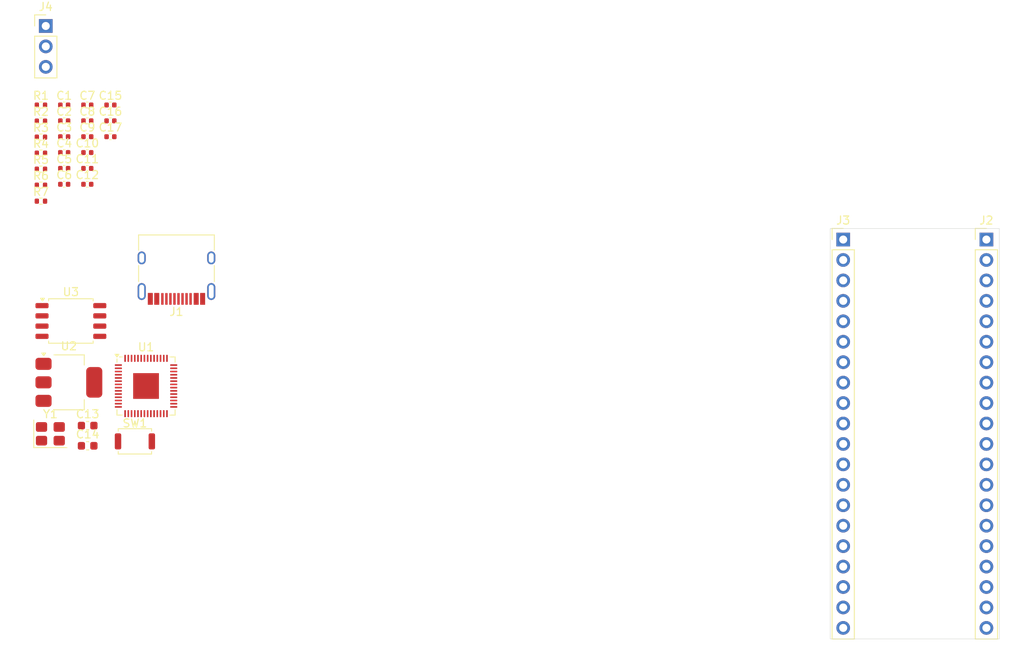
<source format=kicad_pcb>
(kicad_pcb (version 20241229) (generator "pcbnew") (generator_version "9.0")
  (layers (0 "F.Cu" signal) (2 "B.Cu" signal) (13 "F.Paste" user) (15 "B.Paste" user) (5 "F.SilkS" user "F.Silkscreen") (7 "B.SilkS" user "B.Silkscreen") (1 "F.Mask" user) (3 "B.Mask" user) (25 "Edge.Cuts" user))
  (net 0 "")
  (net 1 "GND")
  (net 2 "+3V3")
  (net 3 "+1V1")
  (net 4 "VBUS")
  (net 5 "XIN")
  (net 6 "Net-(C16-Pad2)")
  (net 7 "Net-(J1-CC1)")
  (net 8 "Net-(J1-CC2)")
  (net 9 "USB_D+")
  (net 10 "USB_D-")
  (net 11 "GPIO12")
  (net 12 "GPIO6")
  (net 13 "GPIO11")
  (net 14 "GPIO8")
  (net 15 "GPIO1")
  (net 16 "GPIO13")
  (net 17 "GPIO3")
  (net 18 "GPIO5")
  (net 19 "GPIO0")
  (net 20 "GPIO9")
  (net 21 "GPIO2")
  (net 22 "GPIO10")
  (net 23 "GPIO7")
  (net 24 "GPIO4")
  (net 25 "GPIO15")
  (net 26 "GPIO14")
  (net 27 "GPIO29_ADC3")
  (net 28 "GPIO18")
  (net 29 "SWCLK")
  (net 30 "GPIO27_ADC1")
  (net 31 "GPIO28_ADC2")
  (net 32 "GPIO26_ADC0")
  (net 33 "GPIO19")
  (net 34 "GPIO21")
  (net 35 "GPIO17")
  (net 36 "GPIO22")
  (net 37 "GPIO16")
  (net 38 "GPIO20")
  (net 39 "RUN")
  (net 41 "GPIO23")
  (net 42 "GPIO24")
  (net 43 "SWD")
  (net 44 "Net-(U1-USB_DP)")
  (net 45 "Net-(U1-USB_DM)")
  (net 46 "XOUT")
  (net 47 "QSPI_SS")
  (net 48 "Net-(R6-Pad2)")
  (net 49 "QSPI_SCLK")
  (net 50 "QSPI_SD2")
  (net 51 "QSPI_SD1")
  (net 52 "QSPI_SD0")
  (net 53 "QSPI_SD3")
  (footprint "Capacitor_SMD:C_0402_1005Metric" (layer "F.Cu") (at 55.03 41.25)
    (property "Reference" "C6" (at 0 -1.16 0) (layer "F.SilkS"))
    (property "Value" "0.1uF")
    (fp_line (start -0.107836 -0.36) (end 0.107836 -0.36) (stroke (width 0.12)) (layer "F.SilkS"))
    (fp_line (start -0.107836 0.36) (end 0.107836 0.36) (stroke (width 0.12)) (layer "F.SilkS"))
    (pad "1" smd roundrect (at -0.48 0) (size 0.56 0.62) (layers "F.Cu" "F.Mask" "F.Paste") (net 2 "+3V3"))
    (pad "2" smd roundrect (at 0.48 0) (size 0.56 0.62) (layers "F.Cu" "F.Mask" "F.Paste") (net 1 "GND"))
  )
  (footprint "Capacitor_SMD:C_0402_1005Metric" (layer "F.Cu") (at 55.03 39.28)
    (property "Reference" "C5" (at 0 -1.16 0) (layer "F.SilkS"))
    (property "Value" "0.1uF")
    (fp_line (start -0.107836 -0.36) (end 0.107836 -0.36) (stroke (width 0.12)) (layer "F.SilkS"))
    (fp_line (start -0.107836 0.36) (end 0.107836 0.36) (stroke (width 0.12)) (layer "F.SilkS"))
    (pad "1" smd roundrect (at -0.48 0) (size 0.56 0.62) (layers "F.Cu" "F.Mask" "F.Paste") (net 2 "+3V3"))
    (pad "2" smd roundrect (at 0.48 0) (size 0.56 0.62) (layers "F.Cu" "F.Mask" "F.Paste") (net 1 "GND"))
  )
  (footprint "Capacitor_SMD:C_0603_1608Metric" (layer "F.Cu") (at 57.94 71.24)
    (property "Reference" "C13" (at 0 -1.43 0) (layer "F.SilkS"))
    (property "Value" "10uF")
    (fp_line (start -0.14058 -0.51) (end 0.14058 -0.51) (stroke (width 0.12)) (layer "F.SilkS"))
    (fp_line (start -0.14058 0.51) (end 0.14058 0.51) (stroke (width 0.12)) (layer "F.SilkS"))
    (pad "1" smd roundrect (at -0.775 0) (size 0.9 0.95) (layers "F.Cu" "F.Mask" "F.Paste") (net 4 "VBUS"))
    (pad "2" smd roundrect (at 0.775 0) (size 0.9 0.95) (layers "F.Cu" "F.Mask" "F.Paste") (net 1 "GND"))
  )
  (footprint "Capacitor_SMD:C_0402_1005Metric" (layer "F.Cu") (at 55.03 37.31)
    (property "Reference" "C4" (at 0 -1.16 0) (layer "F.SilkS"))
    (property "Value" "0.1uF")
    (fp_line (start -0.107836 -0.36) (end 0.107836 -0.36) (stroke (width 0.12)) (layer "F.SilkS"))
    (fp_line (start -0.107836 0.36) (end 0.107836 0.36) (stroke (width 0.12)) (layer "F.SilkS"))
    (pad "1" smd roundrect (at -0.48 0) (size 0.56 0.62) (layers "F.Cu" "F.Mask" "F.Paste") (net 2 "+3V3"))
    (pad "2" smd roundrect (at 0.48 0) (size 0.56 0.62) (layers "F.Cu" "F.Mask" "F.Paste") (net 1 "GND"))
  )
  (footprint "Capacitor_SMD:C_0402_1005Metric" (layer "F.Cu") (at 55.03 33.37)
    (property "Reference" "C2" (at 0 -1.16 0) (layer "F.SilkS"))
    (property "Value" "0.1uF")
    (fp_line (start -0.107836 -0.36) (end 0.107836 -0.36) (stroke (width 0.12)) (layer "F.SilkS"))
    (fp_line (start -0.107836 0.36) (end 0.107836 0.36) (stroke (width 0.12)) (layer "F.SilkS"))
    (pad "1" smd roundrect (at -0.48 0) (size 0.56 0.62) (layers "F.Cu" "F.Mask" "F.Paste") (net 2 "+3V3"))
    (pad "2" smd roundrect (at 0.48 0) (size 0.56 0.62) (layers "F.Cu" "F.Mask" "F.Paste") (net 1 "GND"))
  )
  (footprint "Crystal:Crystal_SMD_3225-4Pin_3.2x2.5mm" (layer "F.Cu") (at 53.31 72.26)
    (property "Reference" "Y1" (at 0 -2.45 0) (layer "F.SilkS"))
    (property "Value" "12 MHz")
    (fp_line (start -2.06 -1.71) (end -2.06 1.71) (stroke (width 0.12)) (layer "F.SilkS"))
    (fp_line (start -2.06 1.71) (end 2.06 1.71) (stroke (width 0.12)) (layer "F.SilkS"))
    (pad "1" smd roundrect (at -1.1 0.85) (size 1.4 1.2) (layers "F.Cu" "F.Mask" "F.Paste") (roundrect_rratio 0.208333) (net 6 "Net-(C16-Pad2)"))
    (pad "2" smd roundrect (at 1.1 0.85) (size 1.4 1.2) (layers "F.Cu" "F.Mask" "F.Paste") (roundrect_rratio 0.208333) (net 1 "GND"))
    (pad "3" smd roundrect (at 1.1 -0.85) (size 1.4 1.2) (layers "F.Cu" "F.Mask" "F.Paste") (roundrect_rratio 0.208333) (net 5 "XIN"))
    (pad "4" smd roundrect (at -1.1 -0.85) (size 1.4 1.2) (layers "F.Cu" "F.Mask" "F.Paste") (roundrect_rratio 0.208333) (net 1 "GND"))
  )
  (footprint "Capacitor_SMD:C_0402_1005Metric" (layer "F.Cu") (at 55.03 31.4)
    (property "Reference" "C1" (at 0 -1.16 0) (layer "F.SilkS"))
    (property "Value" "1uF")
    (fp_line (start -0.107836 -0.36) (end 0.107836 -0.36) (stroke (width 0.12)) (layer "F.SilkS"))
    (fp_line (start -0.107836 0.36) (end 0.107836 0.36) (stroke (width 0.12)) (layer "F.SilkS"))
    (pad "1" smd roundrect (at -0.48 0) (size 0.56 0.62) (layers "F.Cu" "F.Mask" "F.Paste") (net 2 "+3V3"))
    (pad "2" smd roundrect (at 0.48 0) (size 0.56 0.62) (layers "F.Cu" "F.Mask" "F.Paste") (net 1 "GND"))
  )
  (footprint "Capacitor_SMD:C_0402_1005Metric" (layer "F.Cu") (at 57.9 31.4)
    (property "Reference" "C7" (at 0 -1.16 0) (layer "F.SilkS"))
    (property "Value" "0.1uF")
    (fp_line (start -0.107836 -0.36) (end 0.107836 -0.36) (stroke (width 0.12)) (layer "F.SilkS"))
    (fp_line (start -0.107836 0.36) (end 0.107836 0.36) (stroke (width 0.12)) (layer "F.SilkS"))
    (pad "1" smd roundrect (at -0.48 0) (size 0.56 0.62) (layers "F.Cu" "F.Mask" "F.Paste") (net 2 "+3V3"))
    (pad "2" smd roundrect (at 0.48 0) (size 0.56 0.62) (layers "F.Cu" "F.Mask" "F.Paste") (net 1 "GND"))
  )
  (footprint "Resistor_SMD:R_0402_1005Metric" (layer "F.Cu") (at 52.14 43.35)
    (property "Reference" "R7" (at 0 -1.17 0) (layer "F.SilkS"))
    (property "Value" "10K")
    (fp_line (start -0.153641 -0.38) (end 0.153641 -0.38) (stroke (width 0.12)) (layer "F.SilkS"))
    (fp_line (start -0.153641 0.38) (end 0.153641 0.38) (stroke (width 0.12)) (layer "F.SilkS"))
    (pad "1" smd roundrect (at -0.51 0) (size 0.54 0.64) (layers "F.Cu" "F.Mask" "F.Paste") (net 47 "QSPI_SS"))
    (pad "2" smd roundrect (at 0.51 0) (size 0.54 0.64) (layers "F.Cu" "F.Mask" "F.Paste") (net 2 "+3V3"))
  )
  (footprint "Capacitor_SMD:C_0402_1005Metric" (layer "F.Cu") (at 60.77 31.4)
    (property "Reference" "C15" (at 0 -1.16 0) (layer "F.SilkS"))
    (property "Value" "33pF")
    (fp_line (start -0.107836 -0.36) (end 0.107836 -0.36) (stroke (width 0.12)) (layer "F.SilkS"))
    (fp_line (start -0.107836 0.36) (end 0.107836 0.36) (stroke (width 0.12)) (layer "F.SilkS"))
    (pad "1" smd roundrect (at -0.48 0) (size 0.56 0.62) (layers "F.Cu" "F.Mask" "F.Paste") (net 1 "GND"))
    (pad "2" smd roundrect (at 0.48 0) (size 0.56 0.62) (layers "F.Cu" "F.Mask" "F.Paste") (net 5 "XIN"))
  )
  (footprint "Resistor_SMD:R_0402_1005Metric" (layer "F.Cu") (at 52.14 41.36)
    (property "Reference" "R6" (at 0 -1.17 0) (layer "F.SilkS"))
    (property "Value" "1K")
    (fp_line (start -0.153641 -0.38) (end 0.153641 -0.38) (stroke (width 0.12)) (layer "F.SilkS"))
    (fp_line (start -0.153641 0.38) (end 0.153641 0.38) (stroke (width 0.12)) (layer "F.SilkS"))
    (pad "1" smd roundrect (at -0.51 0) (size 0.54 0.64) (layers "F.Cu" "F.Mask" "F.Paste") (net 47 "QSPI_SS"))
    (pad "2" smd roundrect (at 0.51 0) (size 0.54 0.64) (layers "F.Cu" "F.Mask" "F.Paste") (net 48 "Net-(R6-Pad2)"))
  )
  (footprint "Capacitor_SMD:C_0402_1005Metric" (layer "F.Cu") (at 57.9 39.28)
    (property "Reference" "C11" (at 0 -1.16 0) (layer "F.SilkS"))
    (property "Value" "0.1uF")
    (fp_line (start -0.107836 -0.36) (end 0.107836 -0.36) (stroke (width 0.12)) (layer "F.SilkS"))
    (fp_line (start -0.107836 0.36) (end 0.107836 0.36) (stroke (width 0.12)) (layer "F.SilkS"))
    (pad "1" smd roundrect (at -0.48 0) (size 0.56 0.62) (layers "F.Cu" "F.Mask" "F.Paste") (net 3 "+1V1"))
    (pad "2" smd roundrect (at 0.48 0) (size 0.56 0.62) (layers "F.Cu" "F.Mask" "F.Paste") (net 1 "GND"))
  )
  (footprint "Capacitor_SMD:C_0402_1005Metric" (layer "F.Cu") (at 57.9 37.31)
    (property "Reference" "C10" (at 0 -1.16 0) (layer "F.SilkS"))
    (property "Value" "1uF")
    (fp_line (start -0.107836 -0.36) (end 0.107836 -0.36) (stroke (width 0.12)) (layer "F.SilkS"))
    (fp_line (start -0.107836 0.36) (end 0.107836 0.36) (stroke (width 0.12)) (layer "F.SilkS"))
    (pad "1" smd roundrect (at -0.48 0) (size 0.56 0.62) (layers "F.Cu" "F.Mask" "F.Paste") (net 3 "+1V1"))
    (pad "2" smd roundrect (at 0.48 0) (size 0.56 0.62) (layers "F.Cu" "F.Mask" "F.Paste") (net 1 "GND"))
  )
  (footprint "Button_Switch_SMD:SW_Push_SPST_NO_Alps_SKRK" (layer "F.Cu") (at 63.81 73.2)
    (property "Reference" "SW1" (at 0 -2.25 0) (layer "F.SilkS"))
    (property "Value" "SW_Push")
    (fp_line (start -2.07 -1.57) (end 2.07 -1.57) (stroke (width 0.12)) (layer "F.SilkS"))
    (fp_line (start -2.07 -1.27) (end -2.07 -1.57) (stroke (width 0.12)) (layer "F.SilkS"))
    (fp_line (start -2.07 1.57) (end -2.07 1.27) (stroke (width 0.12)) (layer "F.SilkS"))
    (fp_line (start 2.07 -1.57) (end 2.07 -1.27) (stroke (width 0.12)) (layer "F.SilkS"))
    (fp_line (start 2.07 1.27) (end 2.07 1.57) (stroke (width 0.12)) (layer "F.SilkS"))
    (fp_line (start 2.07 1.57) (end -2.07 1.57) (stroke (width 0.12)) (layer "F.SilkS"))
    (pad "1" smd roundrect (at -2.1 0) (size 0.8 2) (layers "F.Cu" "F.Mask" "F.Paste") (net 1 "GND"))
    (pad "2" smd roundrect (at 2.1 0) (size 0.8 2) (layers "F.Cu" "F.Mask" "F.Paste") (net 48 "Net-(R6-Pad2)"))
  )
  (footprint "Connector_PinHeader_2.54mm:PinHeader_1x03_P2.54mm_Vertical" (layer "F.Cu") (at 52.74 21.58)
    (property "Reference" "J4" (at 0 -2.38 0) (layer "F.SilkS"))
    (property "Value" "Conn_01x03")
    (fp_line (start -1.38 -1.38) (end 0 -1.38) (stroke (width 0.12)) (layer "F.SilkS"))
    (fp_line (start -1.38 0) (end -1.38 -1.38) (stroke (width 0.12)) (layer "F.SilkS"))
    (fp_line (start -1.38 1.27) (end -1.38 6.46) (stroke (width 0.12)) (layer "F.SilkS"))
    (fp_line (start -1.38 1.27) (end 1.38 1.27) (stroke (width 0.12)) (layer "F.SilkS"))
    (fp_line (start -1.38 6.46) (end 1.38 6.46) (stroke (width 0.12)) (layer "F.SilkS"))
    (fp_line (start 1.38 1.27) (end 1.38 6.46) (stroke (width 0.12)) (layer "F.SilkS"))
    (pad "1" thru_hole rect (at 0 0) (size 1.7 1.7) (drill 1) (layers "*.Cu" "*.Mask") (net 29 "SWCLK"))
    (pad "2" thru_hole circle (at 0 2.54) (size 1.7 1.7) (drill 1) (layers "*.Cu" "*.Mask") (net 1 "GND"))
    (pad "3" thru_hole circle (at 0 5.08) (size 1.7 1.7) (drill 1) (layers "*.Cu" "*.Mask") (net 43 "SWD"))
  )
  (footprint "Resistor_SMD:R_0402_1005Metric" (layer "F.Cu") (at 52.14 39.37)
    (property "Reference" "R5" (at 0 -1.17 0) (layer "F.SilkS"))
    (property "Value" "1K")
    (fp_line (start -0.153641 -0.38) (end 0.153641 -0.38) (stroke (width 0.12)) (layer "F.SilkS"))
    (fp_line (start -0.153641 0.38) (end 0.153641 0.38) (stroke (width 0.12)) (layer "F.SilkS"))
    (pad "1" smd roundrect (at -0.51 0) (size 0.54 0.64) (layers "F.Cu" "F.Mask" "F.Paste") (net 6 "Net-(C16-Pad2)"))
    (pad "2" smd roundrect (at 0.51 0) (size 0.54 0.64) (layers "F.Cu" "F.Mask" "F.Paste") (net 46 "XOUT"))
  )
  (footprint "Capacitor_SMD:C_0603_1608Metric" (layer "F.Cu") (at 57.94 73.75)
    (property "Reference" "C14" (at 0 -1.43 0) (layer "F.SilkS"))
    (property "Value" "10uF")
    (fp_line (start -0.14058 -0.51) (end 0.14058 -0.51) (stroke (width 0.12)) (layer "F.SilkS"))
    (fp_line (start -0.14058 0.51) (end 0.14058 0.51) (stroke (width 0.12)) (layer "F.SilkS"))
    (pad "1" smd roundrect (at -0.775 0) (size 0.9 0.95) (layers "F.Cu" "F.Mask" "F.Paste") (net 2 "+3V3"))
    (pad "2" smd roundrect (at 0.775 0) (size 0.9 0.95) (layers "F.Cu" "F.Mask" "F.Paste") (net 1 "GND"))
  )
  (footprint "Resistor_SMD:R_0402_1005Metric" (layer "F.Cu") (at 52.14 33.4)
    (property "Reference" "R2" (at 0 -1.17 0) (layer "F.SilkS"))
    (property "Value" "5.1K")
    (fp_line (start -0.153641 -0.38) (end 0.153641 -0.38) (stroke (width 0.12)) (layer "F.SilkS"))
    (fp_line (start -0.153641 0.38) (end 0.153641 0.38) (stroke (width 0.12)) (layer "F.SilkS"))
    (pad "1" smd roundrect (at -0.51 0) (size 0.54 0.64) (layers "F.Cu" "F.Mask" "F.Paste") (net 7 "Net-(J1-CC1)"))
    (pad "2" smd roundrect (at 0.51 0) (size 0.54 0.64) (layers "F.Cu" "F.Mask" "F.Paste") (net 1 "GND"))
  )
  (footprint "Resistor_SMD:R_0402_1005Metric" (layer "F.Cu") (at 52.14 35.39)
    (property "Reference" "R3" (at 0 -1.17 0) (layer "F.SilkS"))
    (property "Value" "27")
    (fp_line (start -0.153641 -0.38) (end 0.153641 -0.38) (stroke (width 0.12)) (layer "F.SilkS"))
    (fp_line (start -0.153641 0.38) (end 0.153641 0.38) (stroke (width 0.12)) (layer "F.SilkS"))
    (pad "1" smd roundrect (at -0.51 0) (size 0.54 0.64) (layers "F.Cu" "F.Mask" "F.Paste") (net 9 "USB_D+"))
    (pad "2" smd roundrect (at 0.51 0) (size 0.54 0.64) (layers "F.Cu" "F.Mask" "F.Paste") (net 44 "Net-(U1-USB_DP)"))
  )
  (footprint "Package_DFN_QFN:QFN-56-1EP_7x7mm_P0.4mm_EP3.2x3.2mm" (layer "F.Cu") (at 65.19 66.32)
    (property "Reference" "U1" (at 0 -4.83 0) (layer "F.SilkS"))
    (property "Value" "RP2040")
    (fp_line (start -3.61 -2.96) (end -3.61 -3.37) (stroke (width 0.12)) (layer "F.SilkS"))
    (fp_line (start -3.61 3.61) (end -3.61 2.96) (stroke (width 0.12)) (layer "F.SilkS"))
    (fp_line (start -2.96 -3.61) (end -3.31 -3.61) (stroke (width 0.12)) (layer "F.SilkS"))
    (fp_line (start -2.96 3.61) (end -3.61 3.61) (stroke (width 0.12)) (layer "F.SilkS"))
    (fp_line (start 2.96 -3.61) (end 3.61 -3.61) (stroke (width 0.12)) (layer "F.SilkS"))
    (fp_line (start 2.96 3.61) (end 3.61 3.61) (stroke (width 0.12)) (layer "F.SilkS"))
    (fp_line (start 3.61 -3.61) (end 3.61 -2.96) (stroke (width 0.12)) (layer "F.SilkS"))
    (fp_line (start 3.61 3.61) (end 3.61 2.96) (stroke (width 0.12)) (layer "F.SilkS"))
    (fp_poly (pts (xy -3.61 -3.61) (xy -3.85 -3.94) (xy -3.37 -3.94)) (stroke (width 0.12)) (fill yes) (layer "F.SilkS"))
    (pad "1" smd roundrect (at -3.4375 -2.6) (size 0.875 0.2) (layers "F.Cu" "F.Mask" "F.Paste") (net 2 "+3V3"))
    (pad "2" smd roundrect (at -3.4375 -2.2) (size 0.875 0.2) (layers "F.Cu" "F.Mask" "F.Paste") (net 19 "GPIO0"))
    (pad "3" smd roundrect (at -3.4375 -1.8) (size 0.875 0.2) (layers "F.Cu" "F.Mask" "F.Paste") (net 15 "GPIO1"))
    (pad "4" smd roundrect (at -3.4375 -1.4) (size 0.875 0.2) (layers "F.Cu" "F.Mask" "F.Paste") (net 21 "GPIO2"))
    (pad "5" smd roundrect (at -3.4375 -1) (size 0.875 0.2) (layers "F.Cu" "F.Mask" "F.Paste") (net 17 "GPIO3"))
    (pad "6" smd roundrect (at -3.4375 -0.6) (size 0.875 0.2) (layers "F.Cu" "F.Mask" "F.Paste") (net 24 "GPIO4"))
    (pad "7" smd roundrect (at -3.4375 -0.2) (size 0.875 0.2) (layers "F.Cu" "F.Mask" "F.Paste") (net 18 "GPIO5"))
    (pad "8" smd roundrect (at -3.4375 0.2) (size 0.875 0.2) (layers "F.Cu" "F.Mask" "F.Paste") (net 12 "GPIO6"))
    (pad "9" smd roundrect (at -3.4375 0.6) (size 0.875 0.2) (layers "F.Cu" "F.Mask" "F.Paste") (net 23 "GPIO7"))
    (pad "10" smd roundrect (at -3.4375 1) (size 0.875 0.2) (layers "F.Cu" "F.Mask" "F.Paste") (net 2 "+3V3"))
    (pad "11" smd roundrect (at -3.4375 1.4) (size 0.875 0.2) (layers "F.Cu" "F.Mask" "F.Paste") (net 14 "GPIO8"))
    (pad "12" smd roundrect (at -3.4375 1.8) (size 0.875 0.2) (layers "F.Cu" "F.Mask" "F.Paste") (net 20 "GPIO9"))
    (pad "13" smd roundrect (at -3.4375 2.2) (size 0.875 0.2) (layers "F.Cu" "F.Mask" "F.Paste") (net 22 "GPIO10"))
    (pad "14" smd roundrect (at -3.4375 2.6) (size 0.875 0.2) (layers "F.Cu" "F.Mask" "F.Paste") (net 13 "GPIO11"))
    (pad "15" smd roundrect (at -2.6 3.4375) (size 0.2 0.875) (layers "F.Cu" "F.Mask" "F.Paste") (net 11 "GPIO12"))
    (pad "16" smd roundrect (at -2.2 3.4375) (size 0.2 0.875) (layers "F.Cu" "F.Mask" "F.Paste") (net 16 "GPIO13"))
    (pad "17" smd roundrect (at -1.8 3.4375) (size 0.2 0.875) (layers "F.Cu" "F.Mask" "F.Paste") (net 26 "GPIO14"))
    (pad "18" smd roundrect (at -1.4 3.4375) (size 0.2 0.875) (layers "F.Cu" "F.Mask" "F.Paste") (net 25 "GPIO15"))
    (pad "19" smd roundrect (at -1 3.4375) (size 0.2 0.875) (layers "F.Cu" "F.Mask" "F.Paste") (net 1 "GND"))
    (pad "20" smd roundrect (at -0.6 3.4375) (size 0.2 0.875) (layers "F.Cu" "F.Mask" "F.Paste") (net 5 "XIN"))
    (pad "21" smd roundrect (at -0.2 3.4375) (size 0.2 0.875) (layers "F.Cu" "F.Mask" "F.Paste") (net 46 "XOUT"))
    (pad "22" smd roundrect (at 0.2 3.4375) (size 0.2 0.875) (layers "F.Cu" "F.Mask" "F.Paste") (net 2 "+3V3"))
    (pad "23" smd roundrect (at 0.6 3.4375) (size 0.2 0.875) (layers "F.Cu" "F.Mask" "F.Paste") (net 3 "+1V1"))
    (pad "24" smd roundrect (at 1 3.4375) (size 0.2 0.875) (layers "F.Cu" "F.Mask" "F.Paste") (net 29 "SWCLK"))
    (pad "25" smd roundrect (at 1.4 3.4375) (size 0.2 0.875) (layers "F.Cu" "F.Mask" "F.Paste") (net 43 "SWD"))
    (pad "26" smd roundrect (at 1.8 3.4375) (size 0.2 0.875) (layers "F.Cu" "F.Mask" "F.Paste") (net 39 "RUN"))
    (pad "27" smd roundrect (at 2.2 3.4375) (size 0.2 0.875) (layers "F.Cu" "F.Mask" "F.Paste") (net 37 "GPIO16"))
    (pad "28" smd roundrect (at 2.6 3.4375) (size 0.2 0.875) (layers "F.Cu" "F.Mask" "F.Paste") (net 35 "GPIO17"))
    (pad "29" smd roundrect (at 3.4375 2.6) (size 0.875 0.2) (layers "F.Cu" "F.Mask" "F.Paste") (net 28 "GPIO18"))
    (pad "30" smd roundrect (at 3.4375 2.2) (size 0.875 0.2) (layers "F.Cu" "F.Mask" "F.Paste") (net 33 "GPIO19"))
    (pad "31" smd roundrect (at 3.4375 1.8) (size 0.875 0.2) (layers "F.Cu" "F.Mask" "F.Paste") (net 38 "GPIO20"))
    (pad "32" smd roundrect (at 3.4375 1.4) (size 0.875 0.2) (layers "F.Cu" "F.Mask" "F.Paste") (net 34 "GPIO21"))
    (pad "33" smd roundrect (at 3.4375 1) (size 0.875 0.2) (layers "F.Cu" "F.Mask" "F.Paste") (net 2 "+3V3"))
    (pad "34" smd roundrect (at 3.4375 0.6) (size 0.875 0.2) (layers "F.Cu" "F.Mask" "F.Paste") (net 36 "GPIO22"))
    (pad "35" smd roundrect (at 3.4375 0.2) (size 0.875 0.2) (layers "F.Cu" "F.Mask" "F.Paste") (net 41 "GPIO23"))
    (pad "36" smd roundrect (at 3.4375 -0.2) (size 0.875 0.2) (layers "F.Cu" "F.Mask" "F.Paste") (net 42 "GPIO24"))
    (pad "37" smd roundrect (at 3.4375 -0.6) (size 0.875 0.2) (layers "F.Cu" "F.Mask" "F.Paste"))
    (pad "38" smd roundrect (at 3.4375 -1) (size 0.875 0.2) (layers "F.Cu" "F.Mask" "F.Paste") (net 32 "GPIO26_ADC0"))
    (pad "39" smd roundrect (at 3.4375 -1.4) (size 0.875 0.2) (layers "F.Cu" "F.Mask" "F.Paste") (net 30 "GPIO27_ADC1"))
    (pad "40" smd roundrect (at 3.4375 -1.8) (size 0.875 0.2) (layers "F.Cu" "F.Mask" "F.Paste") (net 31 "GPIO28_ADC2"))
    (pad "41" smd roundrect (at 3.4375 -2.2) (size 0.875 0.2) (layers "F.Cu" "F.Mask" "F.Paste") (net 27 "GPIO29_ADC3"))
    (pad "42" smd roundrect (at 3.4375 -2.6) (size 0.875 0.2) (layers "F.Cu" "F.Mask" "F.Paste") (net 2 "+3V3"))
    (pad "43" smd roundrect (at 2.6 -3.4375) (size 0.2 0.875) (layers "F.Cu" "F.Mask" "F.Paste") (net 2 "+3V3"))
    (pad "44" smd roundrect (at 2.2 -3.4375) (size 0.2 0.875) (layers "F.Cu" "F.Mask" "F.Paste") (net 2 "+3V3"))
    (pad "45" smd roundrect (at 1.8 -3.4375) (size 0.2 0.875) (layers "F.Cu" "F.Mask" "F.Paste") (net 3 "+1V1"))
    (pad "46" smd roundrect (at 1.4 -3.4375) (size 0.2 0.875) (layers "F.Cu" "F.Mask" "F.Paste") (net 45 "Net-(U1-USB_DM)"))
    (pad "47" smd roundrect (at 1 -3.4375) (size 0.2 0.875) (layers "F.Cu" "F.Mask" "F.Paste") (net 44 "Net-(U1-USB_DP)"))
    (pad "48" smd roundrect (at 0.6 -3.4375) (size 0.2 0.875) (layers "F.Cu" "F.Mask" "F.Paste") (net 2 "+3V3"))
    (pad "49" smd roundrect (at 0.2 -3.4375) (size 0.2 0.875) (layers "F.Cu" "F.Mask" "F.Paste") (net 2 "+3V3"))
    (pad "50" smd roundrect (at -0.2 -3.4375) (size 0.2 0.875) (layers "F.Cu" "F.Mask" "F.Paste") (net 3 "+1V1"))
    (pad "51" smd roundrect (at -0.6 -3.4375) (size 0.2 0.875) (layers "F.Cu" "F.Mask" "F.Paste") (net 53 "QSPI_SD3"))
    (pad "52" smd roundrect (at -1 -3.4375) (size 0.2 0.875) (layers "F.Cu" "F.Mask" "F.Paste") (net 49 "QSPI_SCLK"))
    (pad "53" smd roundrect (at -1.4 -3.4375) (size 0.2 0.875) (layers "F.Cu" "F.Mask" "F.Paste") (net 52 "QSPI_SD0"))
    (pad "54" smd roundrect (at -1.8 -3.4375) (size 0.2 0.875) (layers "F.Cu" "F.Mask" "F.Paste") (net 50 "QSPI_SD2"))
    (pad "55" smd roundrect (at -2.2 -3.4375) (size 0.2 0.875) (layers "F.Cu" "F.Mask" "F.Paste") (net 51 "QSPI_SD1"))
    (pad "56" smd roundrect (at -2.6 -3.4375) (size 0.2 0.875) (layers "F.Cu" "F.Mask" "F.Paste") (net 47 "QSPI_SS"))
    (pad "57" smd rect (at 0 0) (size 3.2 3.2) (property pad_prop_heatsink) (layers "F.Cu" "F.Mask") (net 1 "GND"))
  )
  (footprint "Connector_USB:USB_C_Receptacle_HRO_TYPE-C-31-M-12" (layer "F.Cu") (at 68.97 51.45 180)
    (property "Reference" "J1" (at 0 -5.645 0) (layer "F.SilkS"))
    (property "Value" "USB_C_Receptacle_USB2.0_14P")
    (fp_line (start 4.7 2) (end 4.7 3.9) (stroke (width 0.12)) (layer "F.SilkS"))
    (fp_line (start 4.7 -1.9) (end 4.7 0.1) (stroke (width 0.12)) (layer "F.SilkS"))
    (fp_line (start -4.7 3.9) (end 4.7 3.9) (stroke (width 0.12)) (layer "F.SilkS"))
    (fp_line (start -4.7 2) (end -4.7 3.9) (stroke (width 0.12)) (layer "F.SilkS"))
    (fp_line (start -4.7 -1.9) (end -4.7 0.1) (stroke (width 0.12)) (layer "F.SilkS"))
    (pad "" np_thru_hole circle (at -2.89 -2.6 180) (size 0.65 0.65) (drill 0.65) (layers "*.Cu" "*.Mask"))
    (pad "" np_thru_hole circle (at 2.89 -2.6 180) (size 0.65 0.65) (drill 0.65) (layers "*.Cu" "*.Mask"))
    (pad "A1" smd rect (at -3.25 -4.045 180) (size 0.6 1.45) (layers "F.Cu" "F.Mask" "F.Paste") (net 1 "GND"))
    (pad "A4" smd rect (at -2.45 -4.045 180) (size 0.6 1.45) (layers "F.Cu" "F.Mask" "F.Paste") (net 4 "VBUS"))
    (pad "A5" smd rect (at -1.25 -4.045 180) (size 0.3 1.45) (layers "F.Cu" "F.Mask" "F.Paste") (net 7 "Net-(J1-CC1)"))
    (pad "A6" smd rect (at -0.25 -4.045 180) (size 0.3 1.45) (layers "F.Cu" "F.Mask" "F.Paste") (net 9 "USB_D+"))
    (pad "A7" smd rect (at 0.25 -4.045 180) (size 0.3 1.45) (layers "F.Cu" "F.Mask" "F.Paste") (net 10 "USB_D-"))
    (pad "A8" smd rect (at 1.25 -4.045 180) (size 0.3 1.45) (layers "F.Cu" "F.Mask" "F.Paste"))
    (pad "A9" smd rect (at 2.45 -4.045 180) (size 0.6 1.45) (layers "F.Cu" "F.Mask" "F.Paste") (net 4 "VBUS"))
    (pad "A12" smd rect (at 3.25 -4.045 180) (size 0.6 1.45) (layers "F.Cu" "F.Mask" "F.Paste") (net 1 "GND"))
    (pad "B1" smd rect (at 3.25 -4.045 180) (size 0.6 1.45) (layers "F.Cu" "F.Mask" "F.Paste") (net 1 "GND"))
    (pad "B4" smd rect (at 2.45 -4.045 180) (size 0.6 1.45) (layers "F.Cu" "F.Mask" "F.Paste") (net 4 "VBUS"))
    (pad "B5" smd rect (at 1.75 -4.045 180) (size 0.3 1.45) (layers "F.Cu" "F.Mask" "F.Paste") (net 8 "Net-(J1-CC2)"))
    (pad "B6" smd rect (at 0.75 -4.045 180) (size 0.3 1.45) (layers "F.Cu" "F.Mask" "F.Paste") (net 9 "USB_D+"))
    (pad "B7" smd rect (at -0.75 -4.045 180) (size 0.3 1.45) (layers "F.Cu" "F.Mask" "F.Paste") (net 10 "USB_D-"))
    (pad "B8" smd rect (at -1.75 -4.045 180) (size 0.3 1.45) (layers "F.Cu" "F.Mask" "F.Paste"))
    (pad "B9" smd rect (at -2.45 -4.045 180) (size 0.6 1.45) (layers "F.Cu" "F.Mask" "F.Paste") (net 4 "VBUS"))
    (pad "B12" smd rect (at -3.25 -4.045 180) (size 0.6 1.45) (layers "F.Cu" "F.Mask" "F.Paste") (net 1 "GND"))
    (pad "S1" thru_hole oval (at -4.32 -3.13 180) (size 1 2.1) (drill oval 0.6 1.7) (property pad_prop_heatsink) (layers "*.Cu" "*.Mask") (net 1 "GND"))
    (pad "S1" thru_hole oval (at -4.32 1.05 180) (size 1 1.6) (drill oval 0.6 1.2) (property pad_prop_heatsink) (layers "*.Cu" "*.Mask") (net 1 "GND"))
    (pad "S1" thru_hole oval (at 4.32 -3.13 180) (size 1 2.1) (drill oval 0.6 1.7) (property pad_prop_heatsink) (layers "*.Cu" "*.Mask") (net 1 "GND"))
    (pad "S1" thru_hole oval (at 4.32 1.05 180) (size 1 1.6) (drill oval 0.6 1.2) (property pad_prop_heatsink) (layers "*.Cu" "*.Mask") (net 1 "GND"))
  )
  (footprint "Capacitor_SMD:C_0402_1005Metric" (layer "F.Cu") (at 60.77 33.37)
    (property "Reference" "C16" (at 0 -1.16 0) (layer "F.SilkS"))
    (property "Value" "33pF")
    (fp_line (start -0.107836 -0.36) (end 0.107836 -0.36) (stroke (width 0.12)) (layer "F.SilkS"))
    (fp_line (start -0.107836 0.36) (end 0.107836 0.36) (stroke (width 0.12)) (layer "F.SilkS"))
    (pad "1" smd roundrect (at -0.48 0) (size 0.56 0.62) (layers "F.Cu" "F.Mask" "F.Paste") (net 1 "GND"))
    (pad "2" smd roundrect (at 0.48 0) (size 0.56 0.62) (layers "F.Cu" "F.Mask" "F.Paste") (net 6 "Net-(C16-Pad2)"))
  )
  (footprint "Capacitor_SMD:C_0402_1005Metric" (layer "F.Cu") (at 57.9 35.34)
    (property "Reference" "C9" (at 0 -1.16 0) (layer "F.SilkS"))
    (property "Value" "0.1uF")
    (fp_line (start -0.107836 -0.36) (end 0.107836 -0.36) (stroke (width 0.12)) (layer "F.SilkS"))
    (fp_line (start -0.107836 0.36) (end 0.107836 0.36) (stroke (width 0.12)) (layer "F.SilkS"))
    (pad "1" smd roundrect (at -0.48 0) (size 0.56 0.62) (layers "F.Cu" "F.Mask" "F.Paste") (net 2 "+3V3"))
    (pad "2" smd roundrect (at 0.48 0) (size 0.56 0.62) (layers "F.Cu" "F.Mask" "F.Paste") (net 1 "GND"))
  )
  (footprint "Connector_PinHeader_2.54mm:PinHeader_1x20_P2.54mm_Vertical" (layer "F.Cu") (at 151.76 48.12)
    (property "Reference" "J3" (at 0 -2.38 0) (layer "F.SilkS"))
    (property "Value" "Conn_01x20")
    (fp_line (start -1.38 -1.38) (end 0 -1.38) (stroke (width 0.12)) (layer "F.SilkS"))
    (fp_line (start -1.38 0) (end -1.38 -1.38) (stroke (width 0.12)) (layer "F.SilkS"))
    (fp_line (start -1.38 1.27) (end -1.38 49.64) (stroke (width 0.12)) (layer "F.SilkS"))
    (fp_line (start -1.38 1.27) (end 1.38 1.27) (stroke (width 0.12)) (layer "F.SilkS"))
    (fp_line (start -1.38 49.64) (end 1.38 49.64) (stroke (width 0.12)) (layer "F.SilkS"))
    (fp_line (start 1.38 1.27) (end 1.38 49.64) (stroke (width 0.12)) (layer "F.SilkS"))
    (pad "1" thru_hole rect (at 0 0) (size 1.7 1.7) (drill 1) (layers "*.Cu" "*.Mask") (net 4 "VBUS"))
    (pad "2" thru_hole circle (at 0 2.54) (size 1.7 1.7) (drill 1) (layers "*.Cu" "*.Mask") (net 27 "GPIO29_ADC3"))
    (pad "3" thru_hole circle (at 0 5.08) (size 1.7 1.7) (drill 1) (layers "*.Cu" "*.Mask") (net 1 "GND"))
    (pad "4" thru_hole circle (at 0 7.62) (size 1.7 1.7) (drill 1) (layers "*.Cu" "*.Mask") (net 31 "GPIO28_ADC2"))
    (pad "5" thru_hole circle (at 0 10.16) (size 1.7 1.7) (drill 1) (layers "*.Cu" "*.Mask") (net 2 "+3V3"))
    (pad "6" thru_hole circle (at 0 12.7) (size 1.7 1.7) (drill 1) (layers "*.Cu" "*.Mask") (net 30 "GPIO27_ADC1"))
    (pad "7" thru_hole circle (at 0 15.24) (size 1.7 1.7) (drill 1) (layers "*.Cu" "*.Mask") (net 32 "GPIO26_ADC0"))
    (pad "8" thru_hole circle (at 0 17.78) (size 1.7 1.7) (drill 1) (layers "*.Cu" "*.Mask") (net 1 "GND"))
    (pad "9" thru_hole circle (at 0 20.32) (size 1.7 1.7) (drill 1) (layers "*.Cu" "*.Mask") (net 42 "GPIO24"))
    (pad "10" thru_hole circle (at 0 22.86) (size 1.7 1.7) (drill 1) (layers "*.Cu" "*.Mask") (net 41 "GPIO23"))
    (pad "11" thru_hole circle (at 0 25.4) (size 1.7 1.7) (drill 1) (layers "*.Cu" "*.Mask") (net 39 "RUN"))
    (pad "12" thru_hole circle (at 0 27.94) (size 1.7 1.7) (drill 1) (layers "*.Cu" "*.Mask") (net 36 "GPIO22"))
    (pad "13" thru_hole circle (at 0 30.48) (size 1.7 1.7) (drill 1) (layers "*.Cu" "*.Mask") (net 1 "GND"))
    (pad "14" thru_hole circle (at 0 33.02) (size 1.7 1.7) (drill 1) (layers "*.Cu" "*.Mask") (net 34 "GPIO21"))
    (pad "15" thru_hole circle (at 0 35.56) (size 1.7 1.7) (drill 1) (layers "*.Cu" "*.Mask") (net 38 "GPIO20"))
    (pad "16" thru_hole circle (at 0 38.1) (size 1.7 1.7) (drill 1) (layers "*.Cu" "*.Mask") (net 33 "GPIO19"))
    (pad "17" thru_hole circle (at 0 40.64) (size 1.7 1.7) (drill 1) (layers "*.Cu" "*.Mask") (net 28 "GPIO18"))
    (pad "18" thru_hole circle (at 0 43.18) (size 1.7 1.7) (drill 1) (layers "*.Cu" "*.Mask") (net 1 "GND"))
    (pad "19" thru_hole circle (at 0 45.72) (size 1.7 1.7) (drill 1) (layers "*.Cu" "*.Mask") (net 35 "GPIO17"))
    (pad "20" thru_hole circle (at 0 48.26) (size 1.7 1.7) (drill 1) (layers "*.Cu" "*.Mask") (net 37 "GPIO16"))
  )
  (footprint "Resistor_SMD:R_0402_1005Metric" (layer "F.Cu") (at 52.14 31.41)
    (property "Reference" "R1" (at 0 -1.17 0) (layer "F.SilkS"))
    (property "Value" "5.1K")
    (fp_line (start -0.153641 -0.38) (end 0.153641 -0.38) (stroke (width 0.12)) (layer "F.SilkS"))
    (fp_line (start -0.153641 0.38) (end 0.153641 0.38) (stroke (width 0.12)) (layer "F.SilkS"))
    (pad "1" smd roundrect (at -0.51 0) (size 0.54 0.64) (layers "F.Cu" "F.Mask" "F.Paste") (net 8 "Net-(J1-CC2)"))
    (pad "2" smd roundrect (at 0.51 0) (size 0.54 0.64) (layers "F.Cu" "F.Mask" "F.Paste") (net 1 "GND"))
  )
  (footprint "Capacitor_SMD:C_0402_1005Metric" (layer "F.Cu") (at 57.9 41.25)
    (property "Reference" "C12" (at 0 -1.16 0) (layer "F.SilkS"))
    (property "Value" "0.1uF")
    (fp_line (start -0.107836 -0.36) (end 0.107836 -0.36) (stroke (width 0.12)) (layer "F.SilkS"))
    (fp_line (start -0.107836 0.36) (end 0.107836 0.36) (stroke (width 0.12)) (layer "F.SilkS"))
    (pad "1" smd roundrect (at -0.48 0) (size 0.56 0.62) (layers "F.Cu" "F.Mask" "F.Paste") (net 3 "+1V1"))
    (pad "2" smd roundrect (at 0.48 0) (size 0.56 0.62) (layers "F.Cu" "F.Mask" "F.Paste") (net 1 "GND"))
  )
  (footprint "Capacitor_SMD:C_0402_1005Metric" (layer "F.Cu") (at 57.9 33.37)
    (property "Reference" "C8" (at 0 -1.16 0) (layer "F.SilkS"))
    (property "Value" "0.1uF")
    (fp_line (start -0.107836 -0.36) (end 0.107836 -0.36) (stroke (width 0.12)) (layer "F.SilkS"))
    (fp_line (start -0.107836 0.36) (end 0.107836 0.36) (stroke (width 0.12)) (layer "F.SilkS"))
    (pad "1" smd roundrect (at -0.48 0) (size 0.56 0.62) (layers "F.Cu" "F.Mask" "F.Paste") (net 2 "+3V3"))
    (pad "2" smd roundrect (at 0.48 0) (size 0.56 0.62) (layers "F.Cu" "F.Mask" "F.Paste") (net 1 "GND"))
  )
  (footprint "Resistor_SMD:R_0402_1005Metric" (layer "F.Cu") (at 52.14 37.38)
    (property "Reference" "R4" (at 0 -1.17 0) (layer "F.SilkS"))
    (property "Value" "27")
    (fp_line (start -0.153641 -0.38) (end 0.153641 -0.38) (stroke (width 0.12)) (layer "F.SilkS"))
    (fp_line (start -0.153641 0.38) (end 0.153641 0.38) (stroke (width 0.12)) (layer "F.SilkS"))
    (pad "1" smd roundrect (at -0.51 0) (size 0.54 0.64) (layers "F.Cu" "F.Mask" "F.Paste") (net 10 "USB_D-"))
    (pad "2" smd roundrect (at 0.51 0) (size 0.54 0.64) (layers "F.Cu" "F.Mask" "F.Paste") (net 45 "Net-(U1-USB_DM)"))
  )
  (footprint "Capacitor_SMD:C_0402_1005Metric" (layer "F.Cu") (at 60.77 35.34)
    (property "Reference" "C17" (at 0 -1.16 0) (layer "F.SilkS"))
    (property "Value" "0.1uF")
    (fp_line (start -0.107836 -0.36) (end 0.107836 -0.36) (stroke (width 0.12)) (layer "F.SilkS"))
    (fp_line (start -0.107836 0.36) (end 0.107836 0.36) (stroke (width 0.12)) (layer "F.SilkS"))
    (pad "1" smd roundrect (at -0.48 0) (size 0.56 0.62) (layers "F.Cu" "F.Mask" "F.Paste") (net 2 "+3V3"))
    (pad "2" smd roundrect (at 0.48 0) (size 0.56 0.62) (layers "F.Cu" "F.Mask" "F.Paste") (net 1 "GND"))
  )
  (footprint "Connector_PinHeader_2.54mm:PinHeader_1x20_P2.54mm_Vertical" (layer "F.Cu") (at 169.54 48.12)
    (property "Reference" "J2" (at 0 -2.38 0) (layer "F.SilkS"))
    (property "Value" "Conn_01x20")
    (fp_line (start -1.38 -1.38) (end 0 -1.38) (stroke (width 0.12)) (layer "F.SilkS"))
    (fp_line (start -1.38 0) (end -1.38 -1.38) (stroke (width 0.12)) (layer "F.SilkS"))
    (fp_line (start -1.38 1.27) (end -1.38 49.64) (stroke (width 0.12)) (layer "F.SilkS"))
    (fp_line (start -1.38 1.27) (end 1.38 1.27) (stroke (width 0.12)) (layer "F.SilkS"))
    (fp_line (start -1.38 49.64) (end 1.38 49.64) (stroke (width 0.12)) (layer "F.SilkS"))
    (fp_line (start 1.38 1.27) (end 1.38 49.64) (stroke (width 0.12)) (layer "F.SilkS"))
    (pad "1" thru_hole rect (at 0 0) (size 1.7 1.7) (drill 1) (layers "*.Cu" "*.Mask") (net 19 "GPIO0"))
    (pad "2" thru_hole circle (at 0 2.54) (size 1.7 1.7) (drill 1) (layers "*.Cu" "*.Mask") (net 15 "GPIO1"))
    (pad "3" thru_hole circle (at 0 5.08) (size 1.7 1.7) (drill 1) (layers "*.Cu" "*.Mask") (net 1 "GND"))
    (pad "4" thru_hole circle (at 0 7.62) (size 1.7 1.7) (drill 1) (layers "*.Cu" "*.Mask") (net 21 "GPIO2"))
    (pad "5" thru_hole circle (at 0 10.16) (size 1.7 1.7) (drill 1) (layers "*.Cu" "*.Mask") (net 17 "GPIO3"))
    (pad "6" thru_hole circle (at 0 12.7) (size 1.7 1.7) (drill 1) (layers "*.Cu" "*.Mask") (net 24 "GPIO4"))
    (pad "7" thru_hole circle (at 0 15.24) (size 1.7 1.7) (drill 1) (layers "*.Cu" "*.Mask") (net 18 "GPIO5"))
    (pad "8" thru_hole circle (at 0 17.78) (size 1.7 1.7) (drill 1) (layers "*.Cu" "*.Mask") (net 1 "GND"))
    (pad "9" thru_hole circle (at 0 20.32) (size 1.7 1.7) (drill 1) (layers "*.Cu" "*.Mask") (net 12 "GPIO6"))
    (pad "10" thru_hole circle (at 0 22.86) (size 1.7 1.7) (drill 1) (layers "*.Cu" "*.Mask") (net 23 "GPIO7"))
    (pad "11" thru_hole circle (at 0 25.4) (size 1.7 1.7) (drill 1) (layers "*.Cu" "*.Mask") (net 14 "GPIO8"))
    (pad "12" thru_hole circle (at 0 27.94) (size 1.7 1.7) (drill 1) (layers "*.Cu" "*.Mask") (net 20 "GPIO9"))
    (pad "13" thru_hole circle (at 0 30.48) (size 1.7 1.7) (drill 1) (layers "*.Cu" "*.Mask") (net 1 "GND"))
    (pad "14" thru_hole circle (at 0 33.02) (size 1.7 1.7) (drill 1) (layers "*.Cu" "*.Mask") (net 22 "GPIO10"))
    (pad "15" thru_hole circle (at 0 35.56) (size 1.7 1.7) (drill 1) (layers "*.Cu" "*.Mask") (net 13 "GPIO11"))
    (pad "16" thru_hole circle (at 0 38.1) (size 1.7 1.7) (drill 1) (layers "*.Cu" "*.Mask") (net 11 "GPIO12"))
    (pad "17" thru_hole circle (at 0 40.64) (size 1.7 1.7) (drill 1) (layers "*.Cu" "*.Mask") (net 16 "GPIO13"))
    (pad "18" thru_hole circle (at 0 43.18) (size 1.7 1.7) (drill 1) (layers "*.Cu" "*.Mask") (net 1 "GND"))
    (pad "19" thru_hole circle (at 0 45.72) (size 1.7 1.7) (drill 1) (layers "*.Cu" "*.Mask") (net 26 "GPIO14"))
    (pad "20" thru_hole circle (at 0 48.26) (size 1.7 1.7) (drill 1) (layers "*.Cu" "*.Mask") (net 25 "GPIO15"))
  )
  (footprint "Package_TO_SOT_SMD:SOT-223-3_TabPin2" (layer "F.Cu") (at 55.61 65.865)
    (property "Reference" "U2" (at 0 -4.5 0) (layer "F.SilkS"))
    (property "Value" "NCP1117-3.3_SOT223")
    (fp_line (start -1.85 -3.41) (end 1.91 -3.41) (stroke (width 0.12)) (layer "F.SilkS"))
    (fp_line (start -1.85 3.41) (end 1.91 3.41) (stroke (width 0.12)) (layer "F.SilkS"))
    (fp_line (start 1.91 -3.41) (end 1.91 -2.15) (stroke (width 0.12)) (layer "F.SilkS"))
    (fp_line (start 1.91 3.41) (end 1.91 2.15) (stroke (width 0.12)) (layer "F.SilkS"))
    (fp_poly (pts (xy -3.13 -3.31) (xy -3.37 -3.64) (xy -2.89 -3.64) (xy -3.13 -3.31)) (stroke (width 0.12)) (fill yes) (layer "F.SilkS"))
    (pad "1" smd roundrect (at -3.15 -2.3) (size 2 1.5) (layers "F.Cu" "F.Mask" "F.Paste") (net 1 "GND"))
    (pad "2" smd roundrect (at -3.15 0) (size 2 1.5) (layers "F.Cu" "F.Mask" "F.Paste") (net 2 "+3V3"))
    (pad "2" smd roundrect (at 3.15 0) (size 2 3.8) (layers "F.Cu" "F.Mask" "F.Paste") (net 2 "+3V3"))
    (pad "3" smd roundrect (at -3.15 2.3) (size 2 1.5) (layers "F.Cu" "F.Mask" "F.Paste") (net 4 "VBUS"))
  )
  (footprint "Capacitor_SMD:C_0402_1005Metric" (layer "F.Cu") (at 55.03 35.34)
    (property "Reference" "C3" (at 0 -1.16 0) (layer "F.SilkS"))
    (property "Value" "0.1uF")
    (fp_line (start -0.107836 -0.36) (end 0.107836 -0.36) (stroke (width 0.12)) (layer "F.SilkS"))
    (fp_line (start -0.107836 0.36) (end 0.107836 0.36) (stroke (width 0.12)) (layer "F.SilkS"))
    (pad "1" smd roundrect (at -0.48 0) (size 0.56 0.62) (layers "F.Cu" "F.Mask" "F.Paste") (net 2 "+3V3"))
    (pad "2" smd roundrect (at 0.48 0) (size 0.56 0.62) (layers "F.Cu" "F.Mask" "F.Paste") (net 1 "GND"))
  )
  (footprint "Package_SO:SOIC-8_5.3x5.3mm_P1.27mm" (layer "F.Cu") (at 55.86 58.24)
    (property "Reference" "U3" (at 0 -3.6 0) (layer "F.SilkS"))
    (property "Value" "W25Q128JVS")
    (fp_line (start -2.76 -2.76) (end -2.76 -2.49) (stroke (width 0.12)) (layer "F.SilkS"))
    (fp_line (start -2.76 2.76) (end -2.76 2.49) (stroke (width 0.12)) (layer "F.SilkS"))
    (fp_line (start 0 -2.76) (end -2.76 -2.76) (stroke (width 0.12)) (layer "F.SilkS"))
    (fp_line (start 0 -2.76) (end 2.76 -2.76) (stroke (width 0.12)) (layer "F.SilkS"))
    (fp_line (start 0 2.76) (end -2.76 2.76) (stroke (width 0.12)) (layer "F.SilkS"))
    (fp_line (start 0 2.76) (end 2.76 2.76) (stroke (width 0.12)) (layer "F.SilkS"))
    (fp_line (start 2.76 -2.76) (end 2.76 -2.49) (stroke (width 0.12)) (layer "F.SilkS"))
    (fp_line (start 2.76 2.76) (end 2.76 2.49) (stroke (width 0.12)) (layer "F.SilkS"))
    (fp_poly (pts (xy -3.525 -2.49) (xy -3.765 -2.82) (xy -3.285 -2.82)) (stroke (width 0.12)) (fill yes) (layer "F.SilkS"))
    (pad "1" smd roundrect (at -3.5875 -1.905) (size 1.625 0.65) (layers "F.Cu" "F.Mask" "F.Paste") (net 47 "QSPI_SS"))
    (pad "2" smd roundrect (at -3.5875 -0.635) (size 1.625 0.65) (layers "F.Cu" "F.Mask" "F.Paste") (net 51 "QSPI_SD1"))
    (pad "3" smd roundrect (at -3.5875 0.635) (size 1.625 0.65) (layers "F.Cu" "F.Mask" "F.Paste") (net 50 "QSPI_SD2"))
    (pad "4" smd roundrect (at -3.5875 1.905) (size 1.625 0.65) (layers "F.Cu" "F.Mask" "F.Paste") (net 1 "GND"))
    (pad "5" smd roundrect (at 3.5875 1.905) (size 1.625 0.65) (layers "F.Cu" "F.Mask" "F.Paste") (net 52 "QSPI_SD0"))
    (pad "6" smd roundrect (at 3.5875 0.635) (size 1.625 0.65) (layers "F.Cu" "F.Mask" "F.Paste") (net 49 "QSPI_SCLK"))
    (pad "7" smd roundrect (at 3.5875 -0.635) (size 1.625 0.65) (layers "F.Cu" "F.Mask" "F.Paste") (net 53 "QSPI_SD3"))
    (pad "8" smd roundrect (at 3.5875 -1.905) (size 1.625 0.65) (layers "F.Cu" "F.Mask" "F.Paste") (net 2 "+3V3"))
  )
  (gr_rect (start 150.15 46.75) (end 171.15 97.75) (stroke (width 0.05)) (fill no) (layer "Edge.Cuts"))
)
</source>
